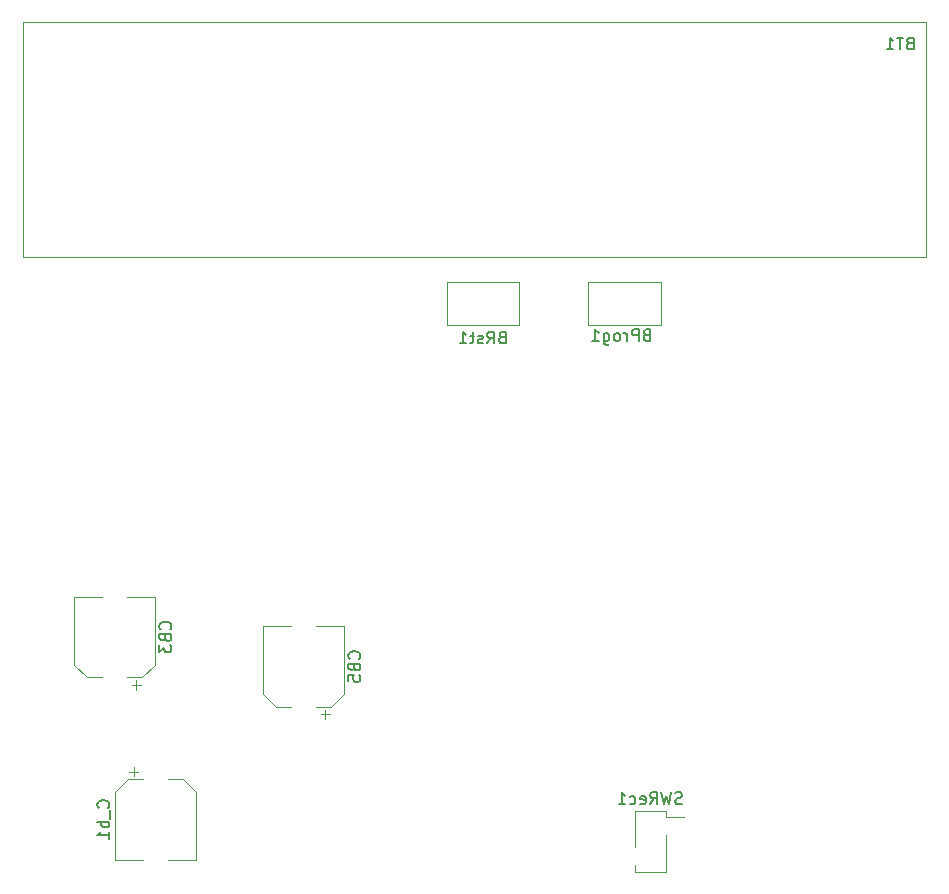
<source format=gbr>
%TF.GenerationSoftware,KiCad,Pcbnew,6.0.5-a6ca702e91~116~ubuntu20.04.1*%
%TF.CreationDate,2022-05-20T12:06:46-05:00*%
%TF.ProjectId,Easyrun,45617379-7275-46e2-9e6b-696361645f70,rev?*%
%TF.SameCoordinates,Original*%
%TF.FileFunction,Legend,Bot*%
%TF.FilePolarity,Positive*%
%FSLAX46Y46*%
G04 Gerber Fmt 4.6, Leading zero omitted, Abs format (unit mm)*
G04 Created by KiCad (PCBNEW 6.0.5-a6ca702e91~116~ubuntu20.04.1) date 2022-05-20 12:06:46*
%MOMM*%
%LPD*%
G01*
G04 APERTURE LIST*
%ADD10C,0.150000*%
%ADD11C,0.120000*%
G04 APERTURE END LIST*
D10*
%TO.C,BT1*%
X188991514Y-68832371D02*
X188848657Y-68879990D01*
X188801038Y-68927609D01*
X188753419Y-69022847D01*
X188753419Y-69165704D01*
X188801038Y-69260942D01*
X188848657Y-69308561D01*
X188943895Y-69356180D01*
X189324847Y-69356180D01*
X189324847Y-68356180D01*
X188991514Y-68356180D01*
X188896276Y-68403800D01*
X188848657Y-68451419D01*
X188801038Y-68546657D01*
X188801038Y-68641895D01*
X188848657Y-68737133D01*
X188896276Y-68784752D01*
X188991514Y-68832371D01*
X189324847Y-68832371D01*
X188467704Y-68356180D02*
X187896276Y-68356180D01*
X188181990Y-69356180D02*
X188181990Y-68356180D01*
X187039133Y-69356180D02*
X187610561Y-69356180D01*
X187324847Y-69356180D02*
X187324847Y-68356180D01*
X187420085Y-68499038D01*
X187515323Y-68594276D01*
X187610561Y-68641895D01*
%TO.C,CB5*%
X142385142Y-120943133D02*
X142432761Y-120895514D01*
X142480380Y-120752657D01*
X142480380Y-120657419D01*
X142432761Y-120514561D01*
X142337523Y-120419323D01*
X142242285Y-120371704D01*
X142051809Y-120324085D01*
X141908952Y-120324085D01*
X141718476Y-120371704D01*
X141623238Y-120419323D01*
X141528000Y-120514561D01*
X141480380Y-120657419D01*
X141480380Y-120752657D01*
X141528000Y-120895514D01*
X141575619Y-120943133D01*
X141956571Y-121705038D02*
X142004190Y-121847895D01*
X142051809Y-121895514D01*
X142147047Y-121943133D01*
X142289904Y-121943133D01*
X142385142Y-121895514D01*
X142432761Y-121847895D01*
X142480380Y-121752657D01*
X142480380Y-121371704D01*
X141480380Y-121371704D01*
X141480380Y-121705038D01*
X141528000Y-121800276D01*
X141575619Y-121847895D01*
X141670857Y-121895514D01*
X141766095Y-121895514D01*
X141861333Y-121847895D01*
X141908952Y-121800276D01*
X141956571Y-121705038D01*
X141956571Y-121371704D01*
X141480380Y-122847895D02*
X141480380Y-122371704D01*
X141956571Y-122324085D01*
X141908952Y-122371704D01*
X141861333Y-122466942D01*
X141861333Y-122705038D01*
X141908952Y-122800276D01*
X141956571Y-122847895D01*
X142051809Y-122895514D01*
X142289904Y-122895514D01*
X142385142Y-122847895D01*
X142432761Y-122800276D01*
X142480380Y-122705038D01*
X142480380Y-122466942D01*
X142432761Y-122371704D01*
X142385142Y-122324085D01*
%TO.C,C_b1*%
X121137542Y-133563800D02*
X121185161Y-133516180D01*
X121232780Y-133373323D01*
X121232780Y-133278085D01*
X121185161Y-133135228D01*
X121089923Y-133039990D01*
X120994685Y-132992371D01*
X120804209Y-132944752D01*
X120661352Y-132944752D01*
X120470876Y-132992371D01*
X120375638Y-133039990D01*
X120280400Y-133135228D01*
X120232780Y-133278085D01*
X120232780Y-133373323D01*
X120280400Y-133516180D01*
X120328019Y-133563800D01*
X121328019Y-133754276D02*
X121328019Y-134516180D01*
X121232780Y-134754276D02*
X120232780Y-134754276D01*
X120613733Y-134754276D02*
X120566114Y-134849514D01*
X120566114Y-135039990D01*
X120613733Y-135135228D01*
X120661352Y-135182847D01*
X120756590Y-135230466D01*
X121042304Y-135230466D01*
X121137542Y-135182847D01*
X121185161Y-135135228D01*
X121232780Y-135039990D01*
X121232780Y-134849514D01*
X121185161Y-134754276D01*
X121232780Y-136182847D02*
X121232780Y-135611419D01*
X121232780Y-135897133D02*
X120232780Y-135897133D01*
X120375638Y-135801895D01*
X120470876Y-135706657D01*
X120518495Y-135611419D01*
%TO.C,BRst1*%
X154462438Y-93728571D02*
X154319580Y-93776190D01*
X154271961Y-93823809D01*
X154224342Y-93919047D01*
X154224342Y-94061904D01*
X154271961Y-94157142D01*
X154319580Y-94204761D01*
X154414819Y-94252380D01*
X154795771Y-94252380D01*
X154795771Y-93252380D01*
X154462438Y-93252380D01*
X154367200Y-93300000D01*
X154319580Y-93347619D01*
X154271961Y-93442857D01*
X154271961Y-93538095D01*
X154319580Y-93633333D01*
X154367200Y-93680952D01*
X154462438Y-93728571D01*
X154795771Y-93728571D01*
X153224342Y-94252380D02*
X153557676Y-93776190D01*
X153795771Y-94252380D02*
X153795771Y-93252380D01*
X153414819Y-93252380D01*
X153319580Y-93300000D01*
X153271961Y-93347619D01*
X153224342Y-93442857D01*
X153224342Y-93585714D01*
X153271961Y-93680952D01*
X153319580Y-93728571D01*
X153414819Y-93776190D01*
X153795771Y-93776190D01*
X152843390Y-94204761D02*
X152748152Y-94252380D01*
X152557676Y-94252380D01*
X152462438Y-94204761D01*
X152414819Y-94109523D01*
X152414819Y-94061904D01*
X152462438Y-93966666D01*
X152557676Y-93919047D01*
X152700533Y-93919047D01*
X152795771Y-93871428D01*
X152843390Y-93776190D01*
X152843390Y-93728571D01*
X152795771Y-93633333D01*
X152700533Y-93585714D01*
X152557676Y-93585714D01*
X152462438Y-93633333D01*
X152129104Y-93585714D02*
X151748152Y-93585714D01*
X151986247Y-93252380D02*
X151986247Y-94109523D01*
X151938628Y-94204761D01*
X151843390Y-94252380D01*
X151748152Y-94252380D01*
X150891009Y-94252380D02*
X151462438Y-94252380D01*
X151176723Y-94252380D02*
X151176723Y-93252380D01*
X151271961Y-93395238D01*
X151367200Y-93490476D01*
X151462438Y-93538095D01*
%TO.C,BProg1*%
X166719047Y-93528571D02*
X166576190Y-93576190D01*
X166528571Y-93623809D01*
X166480952Y-93719047D01*
X166480952Y-93861904D01*
X166528571Y-93957142D01*
X166576190Y-94004761D01*
X166671428Y-94052380D01*
X167052380Y-94052380D01*
X167052380Y-93052380D01*
X166719047Y-93052380D01*
X166623809Y-93100000D01*
X166576190Y-93147619D01*
X166528571Y-93242857D01*
X166528571Y-93338095D01*
X166576190Y-93433333D01*
X166623809Y-93480952D01*
X166719047Y-93528571D01*
X167052380Y-93528571D01*
X166052380Y-94052380D02*
X166052380Y-93052380D01*
X165671428Y-93052380D01*
X165576190Y-93100000D01*
X165528571Y-93147619D01*
X165480952Y-93242857D01*
X165480952Y-93385714D01*
X165528571Y-93480952D01*
X165576190Y-93528571D01*
X165671428Y-93576190D01*
X166052380Y-93576190D01*
X165052380Y-94052380D02*
X165052380Y-93385714D01*
X165052380Y-93576190D02*
X165004761Y-93480952D01*
X164957142Y-93433333D01*
X164861904Y-93385714D01*
X164766666Y-93385714D01*
X164290476Y-94052380D02*
X164385714Y-94004761D01*
X164433333Y-93957142D01*
X164480952Y-93861904D01*
X164480952Y-93576190D01*
X164433333Y-93480952D01*
X164385714Y-93433333D01*
X164290476Y-93385714D01*
X164147619Y-93385714D01*
X164052380Y-93433333D01*
X164004761Y-93480952D01*
X163957142Y-93576190D01*
X163957142Y-93861904D01*
X164004761Y-93957142D01*
X164052380Y-94004761D01*
X164147619Y-94052380D01*
X164290476Y-94052380D01*
X163100000Y-93385714D02*
X163100000Y-94195238D01*
X163147619Y-94290476D01*
X163195238Y-94338095D01*
X163290476Y-94385714D01*
X163433333Y-94385714D01*
X163528571Y-94338095D01*
X163100000Y-94004761D02*
X163195238Y-94052380D01*
X163385714Y-94052380D01*
X163480952Y-94004761D01*
X163528571Y-93957142D01*
X163576190Y-93861904D01*
X163576190Y-93576190D01*
X163528571Y-93480952D01*
X163480952Y-93433333D01*
X163385714Y-93385714D01*
X163195238Y-93385714D01*
X163100000Y-93433333D01*
X162100000Y-94052380D02*
X162671428Y-94052380D01*
X162385714Y-94052380D02*
X162385714Y-93052380D01*
X162480952Y-93195238D01*
X162576190Y-93290476D01*
X162671428Y-93338095D01*
%TO.C,SWRec1*%
X169726476Y-133212761D02*
X169583619Y-133260380D01*
X169345523Y-133260380D01*
X169250285Y-133212761D01*
X169202666Y-133165142D01*
X169155047Y-133069904D01*
X169155047Y-132974666D01*
X169202666Y-132879428D01*
X169250285Y-132831809D01*
X169345523Y-132784190D01*
X169536000Y-132736571D01*
X169631238Y-132688952D01*
X169678857Y-132641333D01*
X169726476Y-132546095D01*
X169726476Y-132450857D01*
X169678857Y-132355619D01*
X169631238Y-132308000D01*
X169536000Y-132260380D01*
X169297904Y-132260380D01*
X169155047Y-132308000D01*
X168821714Y-132260380D02*
X168583619Y-133260380D01*
X168393142Y-132546095D01*
X168202666Y-133260380D01*
X167964571Y-132260380D01*
X167012190Y-133260380D02*
X167345523Y-132784190D01*
X167583619Y-133260380D02*
X167583619Y-132260380D01*
X167202666Y-132260380D01*
X167107428Y-132308000D01*
X167059809Y-132355619D01*
X167012190Y-132450857D01*
X167012190Y-132593714D01*
X167059809Y-132688952D01*
X167107428Y-132736571D01*
X167202666Y-132784190D01*
X167583619Y-132784190D01*
X166202666Y-133212761D02*
X166297904Y-133260380D01*
X166488380Y-133260380D01*
X166583619Y-133212761D01*
X166631238Y-133117523D01*
X166631238Y-132736571D01*
X166583619Y-132641333D01*
X166488380Y-132593714D01*
X166297904Y-132593714D01*
X166202666Y-132641333D01*
X166155047Y-132736571D01*
X166155047Y-132831809D01*
X166631238Y-132927047D01*
X165297904Y-133212761D02*
X165393142Y-133260380D01*
X165583619Y-133260380D01*
X165678857Y-133212761D01*
X165726476Y-133165142D01*
X165774095Y-133069904D01*
X165774095Y-132784190D01*
X165726476Y-132688952D01*
X165678857Y-132641333D01*
X165583619Y-132593714D01*
X165393142Y-132593714D01*
X165297904Y-132641333D01*
X164345523Y-133260380D02*
X164916952Y-133260380D01*
X164631238Y-133260380D02*
X164631238Y-132260380D01*
X164726476Y-132403238D01*
X164821714Y-132498476D01*
X164916952Y-132546095D01*
%TO.C,CB3*%
X126383142Y-118453933D02*
X126430761Y-118406314D01*
X126478380Y-118263457D01*
X126478380Y-118168219D01*
X126430761Y-118025361D01*
X126335523Y-117930123D01*
X126240285Y-117882504D01*
X126049809Y-117834885D01*
X125906952Y-117834885D01*
X125716476Y-117882504D01*
X125621238Y-117930123D01*
X125526000Y-118025361D01*
X125478380Y-118168219D01*
X125478380Y-118263457D01*
X125526000Y-118406314D01*
X125573619Y-118453933D01*
X125954571Y-119215838D02*
X126002190Y-119358695D01*
X126049809Y-119406314D01*
X126145047Y-119453933D01*
X126287904Y-119453933D01*
X126383142Y-119406314D01*
X126430761Y-119358695D01*
X126478380Y-119263457D01*
X126478380Y-118882504D01*
X125478380Y-118882504D01*
X125478380Y-119215838D01*
X125526000Y-119311076D01*
X125573619Y-119358695D01*
X125668857Y-119406314D01*
X125764095Y-119406314D01*
X125859333Y-119358695D01*
X125906952Y-119311076D01*
X125954571Y-119215838D01*
X125954571Y-118882504D01*
X125478380Y-119787266D02*
X125478380Y-120406314D01*
X125859333Y-120072980D01*
X125859333Y-120215838D01*
X125906952Y-120311076D01*
X125954571Y-120358695D01*
X126049809Y-120406314D01*
X126287904Y-120406314D01*
X126383142Y-120358695D01*
X126430761Y-120311076D01*
X126478380Y-120215838D01*
X126478380Y-119930123D01*
X126430761Y-119834885D01*
X126383142Y-119787266D01*
D11*
%TO.C,BT1*%
X190407800Y-67005200D02*
X113953800Y-67005200D01*
X113953800Y-67005200D02*
X113953800Y-86918800D01*
X113953800Y-86918800D02*
X190407800Y-86918800D01*
X190407800Y-86918800D02*
X190407800Y-67005200D01*
%TO.C,CB5*%
X134268000Y-118199800D02*
X136618000Y-118199800D01*
X140023563Y-125019800D02*
X138738000Y-125019800D01*
X139919250Y-125653550D02*
X139131750Y-125653550D01*
X139525500Y-126047300D02*
X139525500Y-125259800D01*
X135332437Y-125019800D02*
X134268000Y-123955363D01*
X134268000Y-123955363D02*
X134268000Y-118199800D01*
X135332437Y-125019800D02*
X136618000Y-125019800D01*
X141088000Y-118199800D02*
X138738000Y-118199800D01*
X140023563Y-125019800D02*
X141088000Y-123955363D01*
X141088000Y-123955363D02*
X141088000Y-118199800D01*
%TO.C,C_b1*%
X121720400Y-132218237D02*
X121720400Y-137973800D01*
X121720400Y-137973800D02*
X124070400Y-137973800D01*
X122889150Y-130520050D02*
X123676650Y-130520050D01*
X128540400Y-137973800D02*
X126190400Y-137973800D01*
X123282900Y-130126300D02*
X123282900Y-130913800D01*
X122784837Y-131153800D02*
X124070400Y-131153800D01*
X127475963Y-131153800D02*
X126190400Y-131153800D01*
X122784837Y-131153800D02*
X121720400Y-132218237D01*
X128540400Y-132218237D02*
X128540400Y-137973800D01*
X127475963Y-131153800D02*
X128540400Y-132218237D01*
%TO.C,BRst1*%
X149807200Y-89025800D02*
X149807200Y-92725800D01*
X149807200Y-92725800D02*
X155927200Y-92725800D01*
X155927200Y-89025800D02*
X149807200Y-89025800D01*
X155927200Y-92725800D02*
X155927200Y-89025800D01*
%TO.C,BProg1*%
X167916000Y-89025800D02*
X161796000Y-89025800D01*
X161796000Y-89025800D02*
X161796000Y-92725800D01*
X161796000Y-92725800D02*
X167916000Y-92725800D01*
X167916000Y-92725800D02*
X167916000Y-89025800D01*
%TO.C,SWRec1*%
X165706000Y-133808000D02*
X165706000Y-136918000D01*
X168366000Y-139008000D02*
X165706000Y-139008000D01*
X168366000Y-133808000D02*
X168366000Y-134378000D01*
X168366000Y-134378000D02*
X169886000Y-134378000D01*
X168366000Y-133808000D02*
X165706000Y-133808000D01*
X168366000Y-135898000D02*
X168366000Y-139008000D01*
X165706000Y-138438000D02*
X165706000Y-139008000D01*
%TO.C,CB3*%
X124021563Y-122530600D02*
X122736000Y-122530600D01*
X123523500Y-123558100D02*
X123523500Y-122770600D01*
X119330437Y-122530600D02*
X120616000Y-122530600D01*
X119330437Y-122530600D02*
X118266000Y-121466163D01*
X118266000Y-115710600D02*
X120616000Y-115710600D01*
X118266000Y-121466163D02*
X118266000Y-115710600D01*
X125086000Y-115710600D02*
X122736000Y-115710600D01*
X124021563Y-122530600D02*
X125086000Y-121466163D01*
X125086000Y-121466163D02*
X125086000Y-115710600D01*
X123917250Y-123164350D02*
X123129750Y-123164350D01*
%TD*%
M02*

</source>
